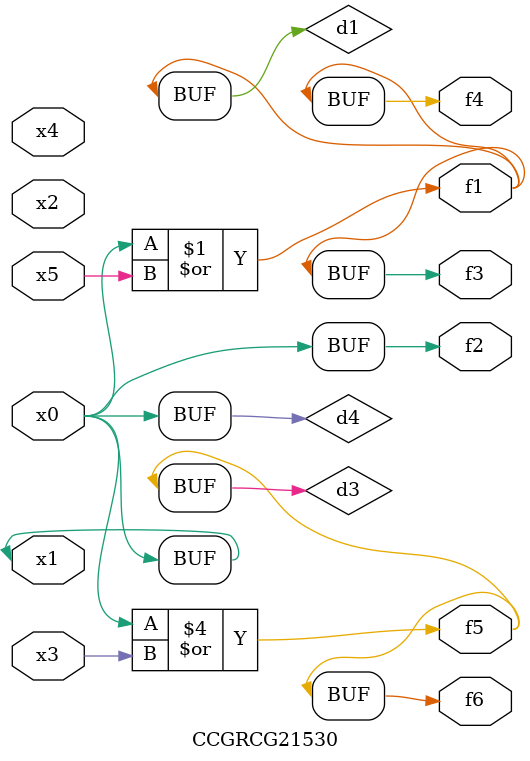
<source format=v>
module CCGRCG21530(
	input x0, x1, x2, x3, x4, x5,
	output f1, f2, f3, f4, f5, f6
);

	wire d1, d2, d3, d4;

	or (d1, x0, x5);
	xnor (d2, x1, x4);
	or (d3, x0, x3);
	buf (d4, x0, x1);
	assign f1 = d1;
	assign f2 = d4;
	assign f3 = d1;
	assign f4 = d1;
	assign f5 = d3;
	assign f6 = d3;
endmodule

</source>
